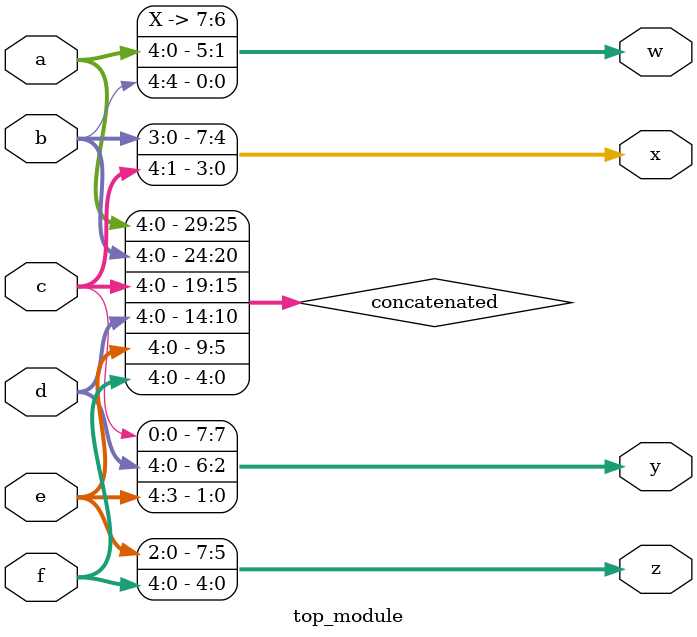
<source format=sv>
module top_module (
	input [4:0] a,
	input [4:0] b,
	input [4:0] c,
	input [4:0] d,
	input [4:0] e,
	input [4:0] f,
	output [7:0] w,
	output [7:0] x,
	output [7:0] y,
	output [7:0] z
);

	/* Concatenate the input vectors */
	wire [29:0] concatenated;
	assign concatenated = {a, b, c, d, e, f};

	/* Split the concatenated vector into output vectors */
	assign w = concatenated[31:24];
	assign x = concatenated[23:16];
	assign y = concatenated[15:8];
	assign z = concatenated[7:0];

endmodule

</source>
